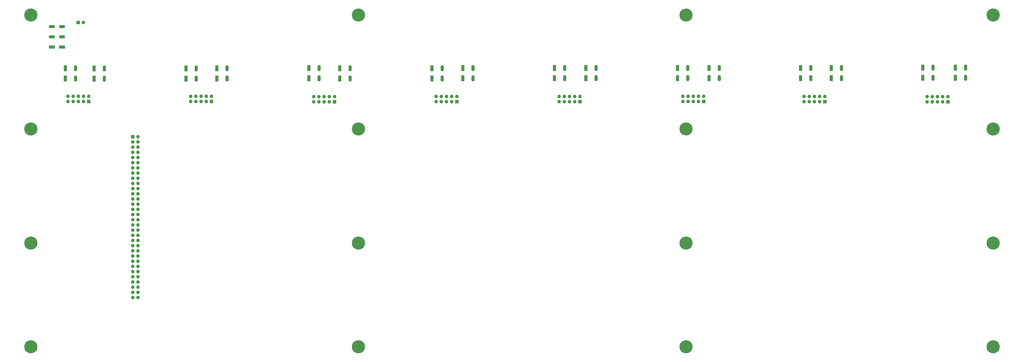
<source format=gbr>
%TF.GenerationSoftware,KiCad,Pcbnew,7.0.8*%
%TF.CreationDate,2023-11-15T12:31:59+01:00*%
%TF.ProjectId,secondary-board-rev1,7365636f-6e64-4617-9279-2d626f617264,rev?*%
%TF.SameCoordinates,Original*%
%TF.FileFunction,Soldermask,Bot*%
%TF.FilePolarity,Negative*%
%FSLAX46Y46*%
G04 Gerber Fmt 4.6, Leading zero omitted, Abs format (unit mm)*
G04 Created by KiCad (PCBNEW 7.0.8) date 2023-11-15 12:31:59*
%MOMM*%
%LPD*%
G01*
G04 APERTURE LIST*
%ADD10R,1.500000X3.000000*%
%ADD11O,1.500000X3.000000*%
%ADD12C,0.800000*%
%ADD13C,6.400000*%
%ADD14R,1.700000X1.700000*%
%ADD15O,1.700000X1.700000*%
%ADD16R,3.000000X1.500000*%
%ADD17O,3.000000X1.500000*%
G04 APERTURE END LIST*
D10*
%TO.C,J8*%
X436503710Y-570744801D03*
X436503710Y-575744801D03*
D11*
X441503710Y-570744801D03*
X441503710Y-575744801D03*
%TD*%
D12*
%TO.C,H108*%
X438226938Y-656544801D03*
X438929882Y-654847745D03*
X438929882Y-658241857D03*
X440626938Y-654144801D03*
D13*
X440626938Y-656544801D03*
D12*
X440626938Y-658944801D03*
X442323994Y-654847745D03*
X442323994Y-658241857D03*
X443026938Y-656544801D03*
%TD*%
%TO.C,H108*%
X278226938Y-544878135D03*
X278929882Y-543181079D03*
X278929882Y-546575191D03*
X280626938Y-542478135D03*
D13*
X280626938Y-544878135D03*
D12*
X280626938Y-547278135D03*
X282323994Y-543181079D03*
X282323994Y-546575191D03*
X283026938Y-544878135D03*
%TD*%
D10*
%TO.C,J15*%
X196353710Y-571044801D03*
X196353710Y-576044801D03*
D11*
X201353710Y-571044801D03*
X201353710Y-576044801D03*
%TD*%
D14*
%TO.C,J109*%
X148873710Y-587218135D03*
D15*
X148873710Y-584678135D03*
X146333710Y-587218135D03*
X146333710Y-584678135D03*
X143793710Y-587218135D03*
X143793710Y-584678135D03*
X141253710Y-587218135D03*
X141253710Y-584678135D03*
X138713710Y-587218135D03*
X138713710Y-584678135D03*
%TD*%
D10*
%TO.C,J7*%
X451903710Y-570744801D03*
X451903710Y-575744801D03*
D11*
X456903710Y-570744801D03*
X456903710Y-575744801D03*
%TD*%
D10*
%TO.C,J2*%
X137403710Y-570944801D03*
X137403710Y-575944801D03*
D11*
X142403710Y-570944801D03*
X142403710Y-575944801D03*
%TD*%
D12*
%TO.C,H108*%
X438226938Y-707378135D03*
X438929882Y-705681079D03*
X438929882Y-709075191D03*
X440626938Y-704978135D03*
D13*
X440626938Y-707378135D03*
D12*
X440626938Y-709778135D03*
X442323994Y-705681079D03*
X442323994Y-709075191D03*
X443026938Y-707378135D03*
%TD*%
%TO.C,H108*%
X278226938Y-707378135D03*
X278929882Y-705681079D03*
X278929882Y-709075191D03*
X280626938Y-704978135D03*
D13*
X280626938Y-707378135D03*
D12*
X280626938Y-709778135D03*
X282323994Y-705681079D03*
X282323994Y-709075191D03*
X283026938Y-707378135D03*
%TD*%
%TO.C,H108*%
X588226938Y-707378135D03*
X588929882Y-705681079D03*
X588929882Y-709075191D03*
X590626938Y-704978135D03*
D13*
X590626938Y-707378135D03*
D12*
X590626938Y-709778135D03*
X592323994Y-705681079D03*
X592323994Y-709075191D03*
X593026938Y-707378135D03*
%TD*%
%TO.C,H108*%
X118226938Y-544878135D03*
X118929882Y-543181079D03*
X118929882Y-546575191D03*
X120626938Y-542478135D03*
D13*
X120626938Y-544878135D03*
D12*
X120626938Y-547278135D03*
X122323994Y-543181079D03*
X122323994Y-546575191D03*
X123026938Y-544878135D03*
%TD*%
D10*
%TO.C,J17*%
X256353710Y-570844801D03*
X256353710Y-575844801D03*
D11*
X261353710Y-570844801D03*
X261353710Y-575844801D03*
%TD*%
D10*
%TO.C,J3*%
X572203710Y-570644801D03*
X572203710Y-575644801D03*
D11*
X577203710Y-570644801D03*
X577203710Y-575644801D03*
%TD*%
D14*
%TO.C,J116*%
X568533710Y-587418135D03*
D15*
X568533710Y-584878135D03*
X565993710Y-587418135D03*
X565993710Y-584878135D03*
X563453710Y-587418135D03*
X563453710Y-584878135D03*
X560913710Y-587418135D03*
X560913710Y-584878135D03*
X558373710Y-587418135D03*
X558373710Y-584878135D03*
%TD*%
D12*
%TO.C,H108*%
X118226938Y-600711468D03*
X118929882Y-599014412D03*
X118929882Y-602408524D03*
X120626938Y-598311468D03*
D13*
X120626938Y-600711468D03*
D12*
X120626938Y-603111468D03*
X122323994Y-599014412D03*
X122323994Y-602408524D03*
X123026938Y-600711468D03*
%TD*%
D10*
%TO.C,J11*%
X376353710Y-570744801D03*
X376353710Y-575744801D03*
D11*
X381353710Y-570744801D03*
X381353710Y-575744801D03*
%TD*%
D14*
%TO.C,J114*%
X449263710Y-587208135D03*
D15*
X449263710Y-584668135D03*
X446723710Y-587208135D03*
X446723710Y-584668135D03*
X444183710Y-587208135D03*
X444183710Y-584668135D03*
X441643710Y-587208135D03*
X441643710Y-584668135D03*
X439103710Y-587208135D03*
X439103710Y-584668135D03*
%TD*%
D10*
%TO.C,J9*%
X391703710Y-570744801D03*
X391703710Y-575744801D03*
D11*
X396703710Y-570744801D03*
X396703710Y-575744801D03*
%TD*%
D14*
%TO.C,J112*%
X328673710Y-587318135D03*
D15*
X328673710Y-584778135D03*
X326133710Y-587318135D03*
X326133710Y-584778135D03*
X323593710Y-587318135D03*
X323593710Y-584778135D03*
X321053710Y-587318135D03*
X321053710Y-584778135D03*
X318513710Y-587318135D03*
X318513710Y-584778135D03*
%TD*%
D12*
%TO.C,H108*%
X438226938Y-544878135D03*
X438929882Y-543181079D03*
X438929882Y-546575191D03*
X440626938Y-542478135D03*
D13*
X440626938Y-544878135D03*
D12*
X440626938Y-547278135D03*
X442323994Y-543181079D03*
X442323994Y-546575191D03*
X443026938Y-544878135D03*
%TD*%
D10*
%TO.C,J13*%
X316503710Y-570944801D03*
X316503710Y-575944801D03*
D11*
X321503710Y-570944801D03*
X321503710Y-575944801D03*
%TD*%
D12*
%TO.C,H108*%
X278226938Y-656544801D03*
X278929882Y-654847745D03*
X278929882Y-658241857D03*
X280626938Y-654144801D03*
D13*
X280626938Y-656544801D03*
D12*
X280626938Y-658944801D03*
X282323994Y-654847745D03*
X282323994Y-658241857D03*
X283026938Y-656544801D03*
%TD*%
%TO.C,H108*%
X118226938Y-656544801D03*
X118929882Y-654847745D03*
X118929882Y-658241857D03*
X120626938Y-654144801D03*
D13*
X120626938Y-656544801D03*
D12*
X120626938Y-658944801D03*
X122323994Y-654847745D03*
X122323994Y-658241857D03*
X123026938Y-656544801D03*
%TD*%
D10*
%TO.C,J12*%
X331603710Y-570844801D03*
X331603710Y-575844801D03*
D11*
X336603710Y-570844801D03*
X336603710Y-575844801D03*
%TD*%
D12*
%TO.C,H108*%
X278226938Y-600711468D03*
X278929882Y-599014412D03*
X278929882Y-602408524D03*
X280626938Y-598311468D03*
D13*
X280626938Y-600711468D03*
D12*
X280626938Y-603111468D03*
X282323994Y-599014412D03*
X282323994Y-602408524D03*
X283026938Y-600711468D03*
%TD*%
%TO.C,H108*%
X438226938Y-600711468D03*
X438929882Y-599014412D03*
X438929882Y-602408524D03*
X440626938Y-598311468D03*
D13*
X440626938Y-600711468D03*
D12*
X440626938Y-603111468D03*
X442323994Y-599014412D03*
X442323994Y-602408524D03*
X443026938Y-600711468D03*
%TD*%
D10*
%TO.C,J10*%
X271503710Y-570944801D03*
X271503710Y-575944801D03*
D11*
X276503710Y-570944801D03*
X276503710Y-575944801D03*
%TD*%
D12*
%TO.C,H108*%
X118226938Y-707378135D03*
X118929882Y-705681079D03*
X118929882Y-709075191D03*
X120626938Y-704978135D03*
D13*
X120626938Y-707378135D03*
D12*
X120626938Y-709778135D03*
X122323994Y-705681079D03*
X122323994Y-709075191D03*
X123026938Y-707378135D03*
%TD*%
D14*
%TO.C,J111*%
X268893710Y-587418135D03*
D15*
X268893710Y-584878135D03*
X266353710Y-587418135D03*
X266353710Y-584878135D03*
X263813710Y-587418135D03*
X263813710Y-584878135D03*
X261273710Y-587418135D03*
X261273710Y-584878135D03*
X258733710Y-587418135D03*
X258733710Y-584878135D03*
%TD*%
D10*
%TO.C,J4*%
X556303710Y-570644801D03*
X556303710Y-575644801D03*
D11*
X561303710Y-570644801D03*
X561303710Y-575644801D03*
%TD*%
D16*
%TO.C,J203*%
X130843710Y-560528135D03*
X135843710Y-560528135D03*
D17*
X130843710Y-555528135D03*
X135843710Y-555528135D03*
X130843710Y-550528135D03*
X135843710Y-550528135D03*
%TD*%
D14*
%TO.C,J115*%
X508463710Y-587308135D03*
D15*
X508463710Y-584768135D03*
X505923710Y-587308135D03*
X505923710Y-584768135D03*
X503383710Y-587308135D03*
X503383710Y-584768135D03*
X500843710Y-587308135D03*
X500843710Y-584768135D03*
X498303710Y-587308135D03*
X498303710Y-584768135D03*
%TD*%
D14*
%TO.C,J118*%
X170333710Y-604508135D03*
D15*
X172873710Y-604508135D03*
X170333710Y-607048135D03*
X172873710Y-607048135D03*
X170333710Y-609588135D03*
X172873710Y-609588135D03*
X170333710Y-612128135D03*
X172873710Y-612128135D03*
X170333710Y-614668135D03*
X172873710Y-614668135D03*
X170333710Y-617208135D03*
X172873710Y-617208135D03*
X170333710Y-619748135D03*
X172873710Y-619748135D03*
X170333710Y-622288135D03*
X172873710Y-622288135D03*
X170333710Y-624828135D03*
X172873710Y-624828135D03*
X170333710Y-627368135D03*
X172873710Y-627368135D03*
X170333710Y-629908135D03*
X172873710Y-629908135D03*
X170333710Y-632448135D03*
X172873710Y-632448135D03*
X170333710Y-634988135D03*
X172873710Y-634988135D03*
X170333710Y-637528135D03*
X172873710Y-637528135D03*
X170333710Y-640068135D03*
X172873710Y-640068135D03*
X170333710Y-642608135D03*
X172873710Y-642608135D03*
X170333710Y-645148135D03*
X172873710Y-645148135D03*
X170333710Y-647688135D03*
X172873710Y-647688135D03*
X170333710Y-650228135D03*
X172873710Y-650228135D03*
X170333710Y-652768135D03*
X172873710Y-652768135D03*
X170333710Y-655308135D03*
X172873710Y-655308135D03*
X170333710Y-657848135D03*
X172873710Y-657848135D03*
X170333710Y-660388135D03*
X172873710Y-660388135D03*
X170333710Y-662928135D03*
X172873710Y-662928135D03*
X170333710Y-665468135D03*
X172873710Y-665468135D03*
X170333710Y-668008135D03*
X172873710Y-668008135D03*
X170333710Y-670548135D03*
X172873710Y-670548135D03*
X170333710Y-673088135D03*
X172873710Y-673088135D03*
X170333710Y-675628135D03*
X172873710Y-675628135D03*
X170333710Y-678168135D03*
X172873710Y-678168135D03*
X170333710Y-680708135D03*
X172873710Y-680708135D03*
X170333710Y-683248135D03*
X172873710Y-683248135D03*
%TD*%
D14*
%TO.C,JP202*%
X143713710Y-548518135D03*
D15*
X146253710Y-548518135D03*
%TD*%
D10*
%TO.C,J5*%
X511553710Y-570744801D03*
X511553710Y-575744801D03*
D11*
X516553710Y-570744801D03*
X516553710Y-575744801D03*
%TD*%
D12*
%TO.C,H108*%
X588226938Y-600711468D03*
X588929882Y-599014412D03*
X588929882Y-602408524D03*
X590626938Y-598311468D03*
D13*
X590626938Y-600711468D03*
D12*
X590626938Y-603111468D03*
X592323994Y-599014412D03*
X592323994Y-602408524D03*
X593026938Y-600711468D03*
%TD*%
D14*
%TO.C,J110*%
X208833710Y-587218135D03*
D15*
X208833710Y-584678135D03*
X206293710Y-587218135D03*
X206293710Y-584678135D03*
X203753710Y-587218135D03*
X203753710Y-584678135D03*
X201213710Y-587218135D03*
X201213710Y-584678135D03*
X198673710Y-587218135D03*
X198673710Y-584678135D03*
%TD*%
D12*
%TO.C,H108*%
X588226938Y-544878135D03*
X588929882Y-543181079D03*
X588929882Y-546575191D03*
X590626938Y-542478135D03*
D13*
X590626938Y-544878135D03*
D12*
X590626938Y-547278135D03*
X592323994Y-543181079D03*
X592323994Y-546575191D03*
X593026938Y-544878135D03*
%TD*%
D10*
%TO.C,J16*%
X211453710Y-570944801D03*
X211453710Y-575944801D03*
D11*
X216453710Y-570944801D03*
X216453710Y-575944801D03*
%TD*%
D12*
%TO.C,H108*%
X588226938Y-656544801D03*
X588929882Y-654847745D03*
X588929882Y-658241857D03*
X590626938Y-654144801D03*
D13*
X590626938Y-656544801D03*
D12*
X590626938Y-658944801D03*
X592323994Y-654847745D03*
X592323994Y-658241857D03*
X593026938Y-656544801D03*
%TD*%
D10*
%TO.C,J14*%
X151453710Y-571044801D03*
X151453710Y-576044801D03*
D11*
X156453710Y-571044801D03*
X156453710Y-576044801D03*
%TD*%
D10*
%TO.C,J6*%
X496603710Y-570744801D03*
X496603710Y-575744801D03*
D11*
X501603710Y-570744801D03*
X501603710Y-575744801D03*
%TD*%
D14*
%TO.C,J113*%
X388813710Y-587318135D03*
D15*
X388813710Y-584778135D03*
X386273710Y-587318135D03*
X386273710Y-584778135D03*
X383733710Y-587318135D03*
X383733710Y-584778135D03*
X381193710Y-587318135D03*
X381193710Y-584778135D03*
X378653710Y-587318135D03*
X378653710Y-584778135D03*
%TD*%
M02*

</source>
